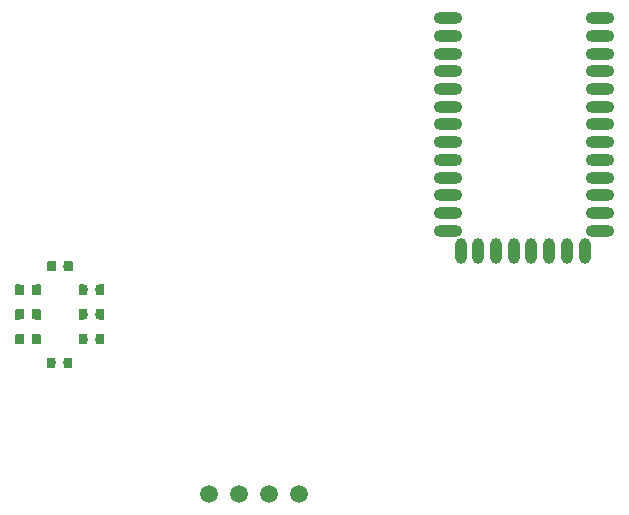
<source format=gbp>
G04*
G04 #@! TF.GenerationSoftware,Altium Limited,Altium Designer,20.1.11 (218)*
G04*
G04 Layer_Color=128*
%FSLAX25Y25*%
%MOIN*%
G70*
G04*
G04 #@! TF.SameCoordinates,8D0FCBAB-09EC-4A3B-B863-23265075E7EF*
G04*
G04*
G04 #@! TF.FilePolarity,Positive*
G04*
G01*
G75*
%ADD26C,0.05906*%
%ADD30R,0.03150X0.03543*%
%ADD127O,0.09449X0.03937*%
%ADD128O,0.03937X0.08661*%
G36*
X4274Y17381D02*
Y14483D01*
X4022Y14232D01*
X2857D01*
X1271Y15388D01*
Y16477D01*
X2857Y17633D01*
X4022D01*
X4274Y17381D01*
D02*
G37*
G36*
X-1210Y16477D02*
Y15388D01*
X-2796Y14232D01*
X-3961D01*
X-4213Y14483D01*
Y17381D01*
X-3961Y17633D01*
X-2796D01*
X-1210Y16477D01*
D02*
G37*
G36*
X14873Y9655D02*
Y6758D01*
X14621Y6505D01*
X13456D01*
X11870Y7662D01*
Y8751D01*
X13456Y9907D01*
X14621D01*
X14873Y9655D01*
D02*
G37*
G36*
X9389Y8751D02*
Y7662D01*
X7803Y6505D01*
X6638D01*
X6386Y6758D01*
Y9655D01*
X6638Y9907D01*
X7803D01*
X9389Y8751D01*
D02*
G37*
G36*
X-6325Y9655D02*
Y6758D01*
X-6577Y6505D01*
X-7742D01*
X-9328Y7662D01*
Y8751D01*
X-7742Y9907D01*
X-6577D01*
X-6325Y9655D01*
D02*
G37*
G36*
X-11809Y8751D02*
Y7662D01*
X-13395Y6505D01*
X-14560D01*
X-14812Y6758D01*
Y9655D01*
X-14560Y9907D01*
X-13395D01*
X-11809Y8751D01*
D02*
G37*
G36*
X14873Y1369D02*
Y-1529D01*
X14621Y-1781D01*
X13456D01*
X11870Y-624D01*
Y464D01*
X13456Y1621D01*
X14621D01*
X14873Y1369D01*
D02*
G37*
G36*
X9389Y464D02*
Y-624D01*
X7803Y-1781D01*
X6638D01*
X6386Y-1529D01*
Y1369D01*
X6638Y1621D01*
X7803D01*
X9389Y464D01*
D02*
G37*
G36*
X-6325Y1369D02*
Y-1529D01*
X-6577Y-1781D01*
X-7742D01*
X-9328Y-624D01*
Y464D01*
X-7742Y1621D01*
X-6577D01*
X-6325Y1369D01*
D02*
G37*
G36*
X-11809Y464D02*
Y-624D01*
X-13395Y-1781D01*
X-14560D01*
X-14812Y-1529D01*
Y1369D01*
X-14560Y1621D01*
X-13395D01*
X-11809Y464D01*
D02*
G37*
G36*
X14873Y-6917D02*
Y-9815D01*
X14621Y-10067D01*
X13456D01*
X11870Y-8911D01*
Y-7822D01*
X13456Y-6665D01*
X14621D01*
X14873Y-6917D01*
D02*
G37*
G36*
X9389Y-7822D02*
Y-8911D01*
X7803Y-10067D01*
X6638D01*
X6386Y-9815D01*
Y-6917D01*
X6638Y-6665D01*
X7803D01*
X9389Y-7822D01*
D02*
G37*
G36*
X-6325Y-6917D02*
Y-9815D01*
X-6577Y-10067D01*
X-7742D01*
X-9328Y-8911D01*
Y-7822D01*
X-7742Y-6665D01*
X-6577D01*
X-6325Y-6917D01*
D02*
G37*
G36*
X-11809Y-7822D02*
Y-8911D01*
X-13395Y-10067D01*
X-14560D01*
X-14812Y-9815D01*
Y-6917D01*
X-14560Y-6665D01*
X-13395D01*
X-11809Y-7822D01*
D02*
G37*
G36*
X4213Y-14698D02*
Y-17595D01*
X3961Y-17847D01*
X2796D01*
X1210Y-16691D01*
Y-15602D01*
X2796Y-14446D01*
X3961D01*
X4213Y-14698D01*
D02*
G37*
G36*
X-1271Y-15602D02*
Y-16691D01*
X-2857Y-17847D01*
X-4022D01*
X-4274Y-17595D01*
Y-14698D01*
X-4022Y-14446D01*
X-2857D01*
X-1271Y-15602D01*
D02*
G37*
D26*
X49700Y-59900D02*
D03*
X59700D02*
D03*
X69700D02*
D03*
X79700D02*
D03*
D30*
X-7813Y-8366D02*
D03*
X-13324D02*
D03*
X7874D02*
D03*
X13385D02*
D03*
X-13324Y-80D02*
D03*
X-7813D02*
D03*
X13385D02*
D03*
X7874D02*
D03*
X-2786Y-16147D02*
D03*
X2725D02*
D03*
X2786Y15932D02*
D03*
X-2725D02*
D03*
X-13324Y8206D02*
D03*
X-7813D02*
D03*
X7874D02*
D03*
X13385D02*
D03*
D127*
X129300Y98700D02*
D03*
Y92795D02*
D03*
Y86889D02*
D03*
Y80984D02*
D03*
Y75078D02*
D03*
Y69172D02*
D03*
Y63267D02*
D03*
Y57361D02*
D03*
Y51456D02*
D03*
Y45550D02*
D03*
Y39645D02*
D03*
Y33739D02*
D03*
Y27834D02*
D03*
X180087D02*
D03*
Y33739D02*
D03*
Y39645D02*
D03*
Y45550D02*
D03*
Y51456D02*
D03*
Y57361D02*
D03*
Y63267D02*
D03*
Y69172D02*
D03*
Y75078D02*
D03*
Y80984D02*
D03*
Y86889D02*
D03*
Y92795D02*
D03*
Y98700D02*
D03*
D128*
X133631Y21141D02*
D03*
X139536D02*
D03*
X145442D02*
D03*
X151347D02*
D03*
X157253D02*
D03*
X163158D02*
D03*
X169064D02*
D03*
X174969D02*
D03*
M02*

</source>
